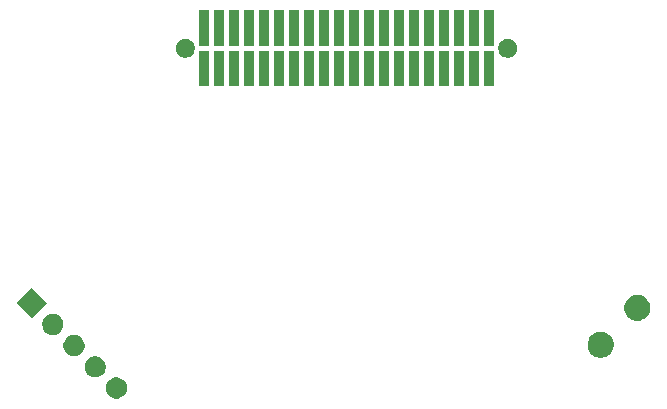
<source format=gbs>
G04 #@! TF.GenerationSoftware,KiCad,Pcbnew,(5.1.5)-3*
G04 #@! TF.CreationDate,2020-02-20T11:24:20-05:00*
G04 #@! TF.ProjectId,Flight_Computer,466c6967-6874-45f4-936f-6d7075746572,rev?*
G04 #@! TF.SameCoordinates,Original*
G04 #@! TF.FileFunction,Soldermask,Bot*
G04 #@! TF.FilePolarity,Negative*
%FSLAX46Y46*%
G04 Gerber Fmt 4.6, Leading zero omitted, Abs format (unit mm)*
G04 Created by KiCad (PCBNEW (5.1.5)-3) date 2020-02-20 11:24:20*
%MOMM*%
%LPD*%
G04 APERTURE LIST*
%ADD10C,0.100000*%
G04 APERTURE END LIST*
D10*
G36*
X133027717Y-154907332D02*
G01*
X133177017Y-154937029D01*
X133340989Y-155004949D01*
X133488559Y-155103552D01*
X133614058Y-155229051D01*
X133712661Y-155376621D01*
X133780581Y-155540593D01*
X133815205Y-155714664D01*
X133815205Y-155892146D01*
X133780581Y-156066217D01*
X133712661Y-156230189D01*
X133614058Y-156377759D01*
X133488559Y-156503258D01*
X133340989Y-156601861D01*
X133177017Y-156669781D01*
X133027717Y-156699478D01*
X133002947Y-156704405D01*
X132825463Y-156704405D01*
X132800693Y-156699478D01*
X132651393Y-156669781D01*
X132487421Y-156601861D01*
X132339851Y-156503258D01*
X132214352Y-156377759D01*
X132115749Y-156230189D01*
X132047829Y-156066217D01*
X132013205Y-155892146D01*
X132013205Y-155714664D01*
X132047829Y-155540593D01*
X132115749Y-155376621D01*
X132214352Y-155229051D01*
X132339851Y-155103552D01*
X132487421Y-155004949D01*
X132651393Y-154937029D01*
X132800693Y-154907332D01*
X132825463Y-154902405D01*
X133002947Y-154902405D01*
X133027717Y-154907332D01*
G37*
G36*
X131231666Y-153111281D02*
G01*
X131380966Y-153140978D01*
X131544938Y-153208898D01*
X131692508Y-153307501D01*
X131818007Y-153433000D01*
X131916610Y-153580570D01*
X131984530Y-153744542D01*
X132019154Y-153918613D01*
X132019154Y-154096095D01*
X131984530Y-154270166D01*
X131916610Y-154434138D01*
X131818007Y-154581708D01*
X131692508Y-154707207D01*
X131544938Y-154805810D01*
X131380966Y-154873730D01*
X131236803Y-154902405D01*
X131206896Y-154908354D01*
X131029412Y-154908354D01*
X130999505Y-154902405D01*
X130855342Y-154873730D01*
X130691370Y-154805810D01*
X130543800Y-154707207D01*
X130418301Y-154581708D01*
X130319698Y-154434138D01*
X130251778Y-154270166D01*
X130217154Y-154096095D01*
X130217154Y-153918613D01*
X130251778Y-153744542D01*
X130319698Y-153580570D01*
X130418301Y-153433000D01*
X130543800Y-153307501D01*
X130691370Y-153208898D01*
X130855342Y-153140978D01*
X131004642Y-153111281D01*
X131029412Y-153106354D01*
X131206896Y-153106354D01*
X131231666Y-153111281D01*
G37*
G36*
X174123473Y-151048104D02*
G01*
X174229829Y-151069260D01*
X174430199Y-151152256D01*
X174610523Y-151272744D01*
X174763884Y-151426105D01*
X174884372Y-151606429D01*
X174925870Y-151706615D01*
X174967368Y-151806799D01*
X175009679Y-152019510D01*
X175009679Y-152236388D01*
X174967368Y-152449099D01*
X174957006Y-152474114D01*
X174884372Y-152649469D01*
X174763884Y-152829793D01*
X174610523Y-152983154D01*
X174430199Y-153103642D01*
X174340059Y-153140979D01*
X174229829Y-153186638D01*
X174123474Y-153207793D01*
X174017119Y-153228949D01*
X173800239Y-153228949D01*
X173693884Y-153207793D01*
X173587529Y-153186638D01*
X173477299Y-153140979D01*
X173387159Y-153103642D01*
X173206835Y-152983154D01*
X173053474Y-152829793D01*
X172932986Y-152649469D01*
X172860352Y-152474114D01*
X172849990Y-152449099D01*
X172807679Y-152236388D01*
X172807679Y-152019510D01*
X172849990Y-151806799D01*
X172891488Y-151706615D01*
X172932986Y-151606429D01*
X173053474Y-151426105D01*
X173206835Y-151272744D01*
X173387159Y-151152256D01*
X173587529Y-151069260D01*
X173693885Y-151048104D01*
X173800239Y-151026949D01*
X174017119Y-151026949D01*
X174123473Y-151048104D01*
G37*
G36*
X129435614Y-151315229D02*
G01*
X129584914Y-151344926D01*
X129748886Y-151412846D01*
X129896456Y-151511449D01*
X130021955Y-151636948D01*
X130120558Y-151784518D01*
X130188478Y-151948490D01*
X130223102Y-152122561D01*
X130223102Y-152300043D01*
X130188478Y-152474114D01*
X130120558Y-152638086D01*
X130021955Y-152785656D01*
X129896456Y-152911155D01*
X129748886Y-153009758D01*
X129584914Y-153077678D01*
X129440746Y-153106354D01*
X129410844Y-153112302D01*
X129233360Y-153112302D01*
X129203458Y-153106354D01*
X129059290Y-153077678D01*
X128895318Y-153009758D01*
X128747748Y-152911155D01*
X128622249Y-152785656D01*
X128523646Y-152638086D01*
X128455726Y-152474114D01*
X128421102Y-152300043D01*
X128421102Y-152122561D01*
X128455726Y-151948490D01*
X128523646Y-151784518D01*
X128622249Y-151636948D01*
X128747748Y-151511449D01*
X128895318Y-151412846D01*
X129059290Y-151344926D01*
X129208590Y-151315229D01*
X129233360Y-151310302D01*
X129410844Y-151310302D01*
X129435614Y-151315229D01*
G37*
G36*
X127639563Y-149519178D02*
G01*
X127788863Y-149548875D01*
X127952835Y-149616795D01*
X128100405Y-149715398D01*
X128225904Y-149840897D01*
X128324507Y-149988467D01*
X128392427Y-150152439D01*
X128427051Y-150326510D01*
X128427051Y-150503992D01*
X128392427Y-150678063D01*
X128324507Y-150842035D01*
X128225904Y-150989605D01*
X128100405Y-151115104D01*
X127952835Y-151213707D01*
X127788863Y-151281627D01*
X127644700Y-151310302D01*
X127614793Y-151316251D01*
X127437309Y-151316251D01*
X127407402Y-151310302D01*
X127263239Y-151281627D01*
X127099267Y-151213707D01*
X126951697Y-151115104D01*
X126826198Y-150989605D01*
X126727595Y-150842035D01*
X126659675Y-150678063D01*
X126625051Y-150503992D01*
X126625051Y-150326510D01*
X126659675Y-150152439D01*
X126727595Y-149988467D01*
X126826198Y-149840897D01*
X126951697Y-149715398D01*
X127099267Y-149616795D01*
X127263239Y-149548875D01*
X127412539Y-149519178D01*
X127437309Y-149514251D01*
X127614793Y-149514251D01*
X127639563Y-149519178D01*
G37*
G36*
X177234743Y-147936834D02*
G01*
X177341099Y-147957990D01*
X177541469Y-148040986D01*
X177721793Y-148161474D01*
X177875154Y-148314835D01*
X177995642Y-148495159D01*
X178078638Y-148695530D01*
X178120949Y-148908239D01*
X178120949Y-149125119D01*
X178078638Y-149337828D01*
X177995642Y-149538199D01*
X177875154Y-149718523D01*
X177721793Y-149871884D01*
X177541469Y-149992372D01*
X177341099Y-150075368D01*
X177234744Y-150096523D01*
X177128389Y-150117679D01*
X176911509Y-150117679D01*
X176805154Y-150096523D01*
X176698799Y-150075368D01*
X176598615Y-150033870D01*
X176498429Y-149992372D01*
X176318105Y-149871884D01*
X176164744Y-149718523D01*
X176044256Y-149538199D01*
X175961260Y-149337828D01*
X175918949Y-149125119D01*
X175918949Y-148908239D01*
X175961260Y-148695530D01*
X176044256Y-148495159D01*
X176164744Y-148314835D01*
X176318105Y-148161474D01*
X176498429Y-148040986D01*
X176698799Y-147957990D01*
X176805155Y-147936834D01*
X176911509Y-147915679D01*
X177128389Y-147915679D01*
X177234743Y-147936834D01*
G37*
G36*
X127004206Y-148619200D02*
G01*
X125730000Y-149893406D01*
X124455794Y-148619200D01*
X125730000Y-147344994D01*
X127004206Y-148619200D01*
G37*
G36*
X152186000Y-130255200D02*
G01*
X151344000Y-130255200D01*
X151344000Y-127233200D01*
X152186000Y-127233200D01*
X152186000Y-130255200D01*
G37*
G36*
X143296000Y-130255200D02*
G01*
X142454000Y-130255200D01*
X142454000Y-127233200D01*
X143296000Y-127233200D01*
X143296000Y-130255200D01*
G37*
G36*
X150916000Y-130255200D02*
G01*
X150074000Y-130255200D01*
X150074000Y-127233200D01*
X150916000Y-127233200D01*
X150916000Y-130255200D01*
G37*
G36*
X149646000Y-130255200D02*
G01*
X148804000Y-130255200D01*
X148804000Y-127233200D01*
X149646000Y-127233200D01*
X149646000Y-130255200D01*
G37*
G36*
X148376000Y-130255200D02*
G01*
X147534000Y-130255200D01*
X147534000Y-127233200D01*
X148376000Y-127233200D01*
X148376000Y-130255200D01*
G37*
G36*
X147106000Y-130255200D02*
G01*
X146264000Y-130255200D01*
X146264000Y-127233200D01*
X147106000Y-127233200D01*
X147106000Y-130255200D01*
G37*
G36*
X145836000Y-130255200D02*
G01*
X144994000Y-130255200D01*
X144994000Y-127233200D01*
X145836000Y-127233200D01*
X145836000Y-130255200D01*
G37*
G36*
X144566000Y-130255200D02*
G01*
X143724000Y-130255200D01*
X143724000Y-127233200D01*
X144566000Y-127233200D01*
X144566000Y-130255200D01*
G37*
G36*
X142026000Y-130255200D02*
G01*
X141184000Y-130255200D01*
X141184000Y-127233200D01*
X142026000Y-127233200D01*
X142026000Y-130255200D01*
G37*
G36*
X140756000Y-130255200D02*
G01*
X139914000Y-130255200D01*
X139914000Y-127233200D01*
X140756000Y-127233200D01*
X140756000Y-130255200D01*
G37*
G36*
X154726000Y-130255200D02*
G01*
X153884000Y-130255200D01*
X153884000Y-127233200D01*
X154726000Y-127233200D01*
X154726000Y-130255200D01*
G37*
G36*
X157266000Y-130255200D02*
G01*
X156424000Y-130255200D01*
X156424000Y-127233200D01*
X157266000Y-127233200D01*
X157266000Y-130255200D01*
G37*
G36*
X158536000Y-130255200D02*
G01*
X157694000Y-130255200D01*
X157694000Y-127233200D01*
X158536000Y-127233200D01*
X158536000Y-130255200D01*
G37*
G36*
X159806000Y-130255200D02*
G01*
X158964000Y-130255200D01*
X158964000Y-127233200D01*
X159806000Y-127233200D01*
X159806000Y-130255200D01*
G37*
G36*
X161076000Y-130255200D02*
G01*
X160234000Y-130255200D01*
X160234000Y-127233200D01*
X161076000Y-127233200D01*
X161076000Y-130255200D01*
G37*
G36*
X162346000Y-130255200D02*
G01*
X161504000Y-130255200D01*
X161504000Y-127233200D01*
X162346000Y-127233200D01*
X162346000Y-130255200D01*
G37*
G36*
X163616000Y-130255200D02*
G01*
X162774000Y-130255200D01*
X162774000Y-127233200D01*
X163616000Y-127233200D01*
X163616000Y-130255200D01*
G37*
G36*
X155996000Y-130255200D02*
G01*
X155154000Y-130255200D01*
X155154000Y-127233200D01*
X155996000Y-127233200D01*
X155996000Y-130255200D01*
G37*
G36*
X164886000Y-130255200D02*
G01*
X164044000Y-130255200D01*
X164044000Y-127233200D01*
X164886000Y-127233200D01*
X164886000Y-130255200D01*
G37*
G36*
X153456000Y-130255200D02*
G01*
X152614000Y-130255200D01*
X152614000Y-127233200D01*
X153456000Y-127233200D01*
X153456000Y-130255200D01*
G37*
G36*
X138978642Y-126258981D02*
G01*
X139124414Y-126319362D01*
X139124416Y-126319363D01*
X139255608Y-126407022D01*
X139367178Y-126518592D01*
X139454837Y-126649784D01*
X139454838Y-126649786D01*
X139515219Y-126795558D01*
X139546000Y-126950307D01*
X139546000Y-127108093D01*
X139515219Y-127262842D01*
X139454838Y-127408614D01*
X139454837Y-127408616D01*
X139367178Y-127539808D01*
X139255608Y-127651378D01*
X139124416Y-127739037D01*
X139124415Y-127739038D01*
X139124414Y-127739038D01*
X138978642Y-127799419D01*
X138823893Y-127830200D01*
X138666107Y-127830200D01*
X138511358Y-127799419D01*
X138365586Y-127739038D01*
X138365585Y-127739038D01*
X138365584Y-127739037D01*
X138234392Y-127651378D01*
X138122822Y-127539808D01*
X138035163Y-127408616D01*
X138035162Y-127408614D01*
X137974781Y-127262842D01*
X137944000Y-127108093D01*
X137944000Y-126950307D01*
X137974781Y-126795558D01*
X138035162Y-126649786D01*
X138035163Y-126649784D01*
X138122822Y-126518592D01*
X138234392Y-126407022D01*
X138365584Y-126319363D01*
X138365586Y-126319362D01*
X138511358Y-126258981D01*
X138666107Y-126228200D01*
X138823893Y-126228200D01*
X138978642Y-126258981D01*
G37*
G36*
X166288642Y-126258981D02*
G01*
X166434414Y-126319362D01*
X166434416Y-126319363D01*
X166565608Y-126407022D01*
X166677178Y-126518592D01*
X166764837Y-126649784D01*
X166764838Y-126649786D01*
X166825219Y-126795558D01*
X166856000Y-126950307D01*
X166856000Y-127108093D01*
X166825219Y-127262842D01*
X166764838Y-127408614D01*
X166764837Y-127408616D01*
X166677178Y-127539808D01*
X166565608Y-127651378D01*
X166434416Y-127739037D01*
X166434415Y-127739038D01*
X166434414Y-127739038D01*
X166288642Y-127799419D01*
X166133893Y-127830200D01*
X165976107Y-127830200D01*
X165821358Y-127799419D01*
X165675586Y-127739038D01*
X165675585Y-127739038D01*
X165675584Y-127739037D01*
X165544392Y-127651378D01*
X165432822Y-127539808D01*
X165345163Y-127408616D01*
X165345162Y-127408614D01*
X165284781Y-127262842D01*
X165254000Y-127108093D01*
X165254000Y-126950307D01*
X165284781Y-126795558D01*
X165345162Y-126649786D01*
X165345163Y-126649784D01*
X165432822Y-126518592D01*
X165544392Y-126407022D01*
X165675584Y-126319363D01*
X165675586Y-126319362D01*
X165821358Y-126258981D01*
X165976107Y-126228200D01*
X166133893Y-126228200D01*
X166288642Y-126258981D01*
G37*
G36*
X157266000Y-126825200D02*
G01*
X156424000Y-126825200D01*
X156424000Y-123803200D01*
X157266000Y-123803200D01*
X157266000Y-126825200D01*
G37*
G36*
X158536000Y-126825200D02*
G01*
X157694000Y-126825200D01*
X157694000Y-123803200D01*
X158536000Y-123803200D01*
X158536000Y-126825200D01*
G37*
G36*
X155996000Y-126825200D02*
G01*
X155154000Y-126825200D01*
X155154000Y-123803200D01*
X155996000Y-123803200D01*
X155996000Y-126825200D01*
G37*
G36*
X159806000Y-126825200D02*
G01*
X158964000Y-126825200D01*
X158964000Y-123803200D01*
X159806000Y-123803200D01*
X159806000Y-126825200D01*
G37*
G36*
X154726000Y-126825200D02*
G01*
X153884000Y-126825200D01*
X153884000Y-123803200D01*
X154726000Y-123803200D01*
X154726000Y-126825200D01*
G37*
G36*
X162346000Y-126825200D02*
G01*
X161504000Y-126825200D01*
X161504000Y-123803200D01*
X162346000Y-123803200D01*
X162346000Y-126825200D01*
G37*
G36*
X161076000Y-126825200D02*
G01*
X160234000Y-126825200D01*
X160234000Y-123803200D01*
X161076000Y-123803200D01*
X161076000Y-126825200D01*
G37*
G36*
X140756000Y-126825200D02*
G01*
X139914000Y-126825200D01*
X139914000Y-123803200D01*
X140756000Y-123803200D01*
X140756000Y-126825200D01*
G37*
G36*
X142026000Y-126825200D02*
G01*
X141184000Y-126825200D01*
X141184000Y-123803200D01*
X142026000Y-123803200D01*
X142026000Y-126825200D01*
G37*
G36*
X143296000Y-126825200D02*
G01*
X142454000Y-126825200D01*
X142454000Y-123803200D01*
X143296000Y-123803200D01*
X143296000Y-126825200D01*
G37*
G36*
X144566000Y-126825200D02*
G01*
X143724000Y-126825200D01*
X143724000Y-123803200D01*
X144566000Y-123803200D01*
X144566000Y-126825200D01*
G37*
G36*
X145836000Y-126825200D02*
G01*
X144994000Y-126825200D01*
X144994000Y-123803200D01*
X145836000Y-123803200D01*
X145836000Y-126825200D01*
G37*
G36*
X147106000Y-126825200D02*
G01*
X146264000Y-126825200D01*
X146264000Y-123803200D01*
X147106000Y-123803200D01*
X147106000Y-126825200D01*
G37*
G36*
X148376000Y-126825200D02*
G01*
X147534000Y-126825200D01*
X147534000Y-123803200D01*
X148376000Y-123803200D01*
X148376000Y-126825200D01*
G37*
G36*
X152186000Y-126825200D02*
G01*
X151344000Y-126825200D01*
X151344000Y-123803200D01*
X152186000Y-123803200D01*
X152186000Y-126825200D01*
G37*
G36*
X149646000Y-126825200D02*
G01*
X148804000Y-126825200D01*
X148804000Y-123803200D01*
X149646000Y-123803200D01*
X149646000Y-126825200D01*
G37*
G36*
X153456000Y-126825200D02*
G01*
X152614000Y-126825200D01*
X152614000Y-123803200D01*
X153456000Y-123803200D01*
X153456000Y-126825200D01*
G37*
G36*
X164886000Y-126825200D02*
G01*
X164044000Y-126825200D01*
X164044000Y-123803200D01*
X164886000Y-123803200D01*
X164886000Y-126825200D01*
G37*
G36*
X163616000Y-126825200D02*
G01*
X162774000Y-126825200D01*
X162774000Y-123803200D01*
X163616000Y-123803200D01*
X163616000Y-126825200D01*
G37*
G36*
X150916000Y-126825200D02*
G01*
X150074000Y-126825200D01*
X150074000Y-123803200D01*
X150916000Y-123803200D01*
X150916000Y-126825200D01*
G37*
M02*

</source>
